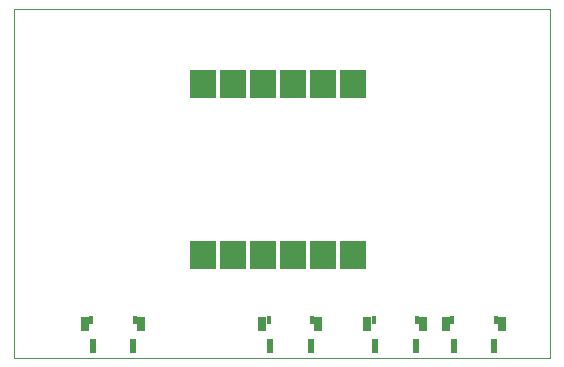
<source format=gbr>
%TF.GenerationSoftware,KiCad,Pcbnew,(6.0.1)*%
%TF.CreationDate,2022-09-04T12:14:09+08:00*%
%TF.ProjectId,Digital Clock,44696769-7461-46c2-9043-6c6f636b2e6b,_____*%
%TF.SameCoordinates,Original*%
%TF.FileFunction,Paste,Bot*%
%TF.FilePolarity,Positive*%
%FSLAX46Y46*%
G04 Gerber Fmt 4.6, Leading zero omitted, Abs format (unit mm)*
G04 Created by KiCad (PCBNEW (6.0.1)) date 2022-09-04 12:14:09*
%MOMM*%
%LPD*%
G01*
G04 APERTURE LIST*
%TA.AperFunction,Profile*%
%ADD10C,0.100000*%
%TD*%
%ADD11R,0.600000X1.200000*%
%ADD12R,0.650000X1.300000*%
%ADD13R,0.400000X0.650000*%
%ADD14R,2.200000X2.450000*%
G04 APERTURE END LIST*
D10*
X43410000Y-19400000D02*
X88800000Y-19400000D01*
X88800000Y-19400000D02*
X88800000Y-48900000D01*
X88800000Y-48900000D02*
X43410000Y-48900000D01*
X43410000Y-48900000D02*
X43410000Y-19400000D01*
D11*
%TO.C,SW2*%
X50060000Y-47880000D03*
X53510000Y-47880000D03*
D12*
X54150000Y-46040000D03*
X49430000Y-46030000D03*
D13*
X53630000Y-45720000D03*
X49950000Y-45710000D03*
%TD*%
D11*
%TO.C,SW5*%
X77410000Y-47900000D03*
X73960000Y-47900000D03*
D13*
X73850000Y-45730000D03*
X77530000Y-45740000D03*
D12*
X78050000Y-46060000D03*
X73330000Y-46050000D03*
%TD*%
D14*
%TO.C,D1*%
X72110000Y-25700000D03*
X64490000Y-25695000D03*
X61950000Y-25700000D03*
X59410000Y-40175000D03*
X69570000Y-25705000D03*
X59410000Y-25690000D03*
X64490000Y-40180000D03*
X69570000Y-40190000D03*
X72110000Y-40185000D03*
X67030000Y-25695000D03*
X61950000Y-40185000D03*
X67030000Y-40180000D03*
%TD*%
D11*
%TO.C,SW1*%
X84070000Y-47900000D03*
X80620000Y-47900000D03*
D13*
X84190000Y-45740000D03*
D12*
X84710000Y-46060000D03*
X79990000Y-46050000D03*
D13*
X80510000Y-45730000D03*
%TD*%
D11*
%TO.C,SW3*%
X68520000Y-47900000D03*
X65070000Y-47900000D03*
D13*
X64960000Y-45730000D03*
D12*
X69160000Y-46060000D03*
X64440000Y-46050000D03*
D13*
X68640000Y-45740000D03*
%TD*%
M02*

</source>
